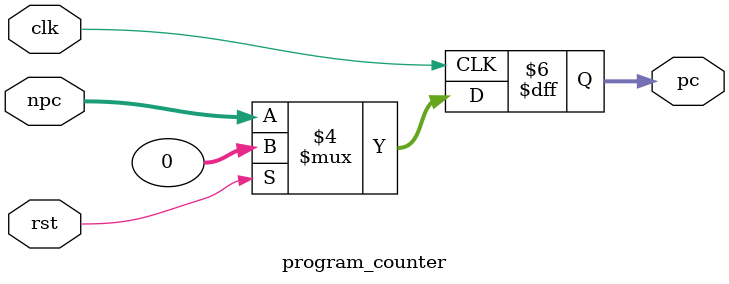
<source format=v>
`timescale 1ns / 1ps


module program_counter(
    input wire [31:0] npc,
    input clk, rst,
    output reg [31:0] pc
    );
    
    initial begin
        pc <= 0;
    end
    
    always @ (posedge clk) begin
        if(rst)
            pc <= 0;
        else
            pc <= npc;
    end
    
endmodule

</source>
